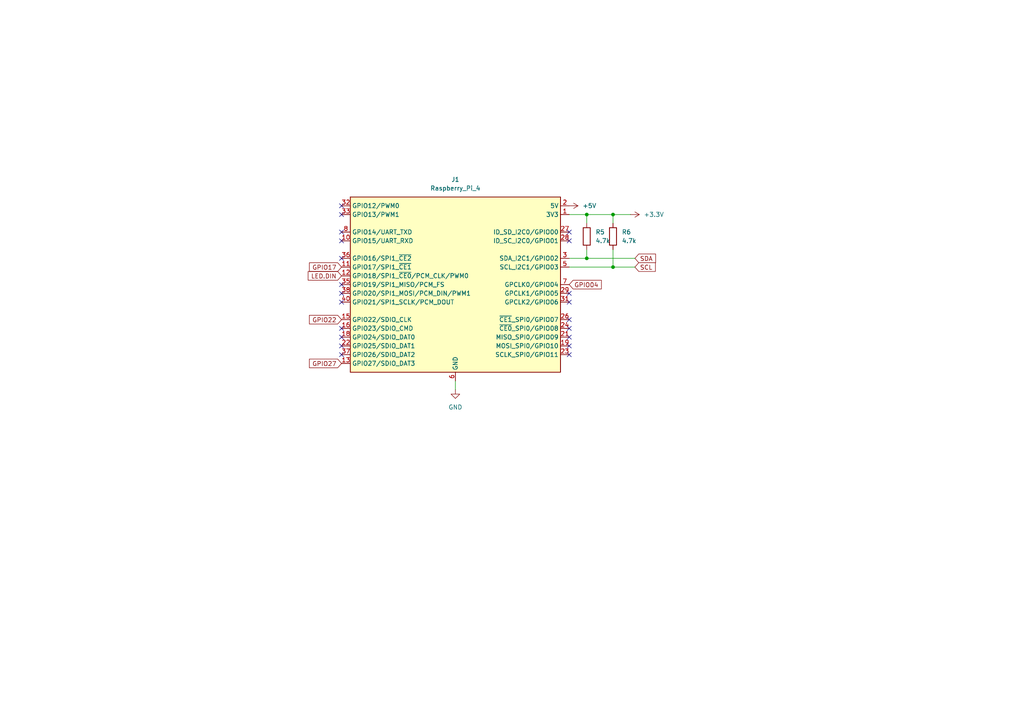
<source format=kicad_sch>
(kicad_sch (version 20250114) (generator "eeschema") (generator_version "9.0")
  (paper "A4")
  (lib_symbols
    (symbol "Connector:Raspberry_Pi_4"
      (property "Reference" "J" (at -17.526 48.768 0))
      (property "Value" "Raspberry_Pi_4" (at 15.748 -26.416 0))
      (symbol "Raspberry_Pi_4_0_1"
        (rectangle (start -30.48 25.4) (end 30.48 -25.4) (stroke (width 0.254)) (fill (type background)))
      )
      (symbol "Raspberry_Pi_4_1_1"
        (pin bidirectional line (at -33.02 22.86 0) (length 2.54) (name "GPIO12/PWM0") (number "32"))
        (pin bidirectional line (at -33.02 20.32 0) (length 2.54) (name "GPIO13/PWM1") (number "33"))
        (pin bidirectional line (at -33.02 15.24 0) (length 2.54) (name "GPIO14/UART_TXD") (number "8"))
        (pin bidirectional line (at -33.02 12.7 0) (length 2.54) (name "GPIO15/UART_RXD") (number "10"))
        (pin bidirectional line (at -33.02 7.62 0) (length 2.54) (name "GPIO16/SPI1_~{CE2}") (number "36"))
        (pin bidirectional line (at -33.02 5.08 0) (length 2.54) (name "GPIO17/SPI1_~{CE1}") (number "11"))
        (pin bidirectional line (at -33.02 2.54 0) (length 2.54) (name "GPIO18/SPI1_~{CE0}/PCM_CLK/PWM0") (number "12"))
        (pin bidirectional line (at -33.02 0 0) (length 2.54) (name "GPIO19/SPI1_MISO/PCM_FS") (number "35"))
        (pin bidirectional line (at -33.02 -2.54 0) (length 2.54) (name "GPIO20/SPI1_MOSI/PCM_DIN/PWM1") (number "38"))
        (pin bidirectional line (at -33.02 -5.08 0) (length 2.54) (name "GPIO21/SPI1_SCLK/PCM_DOUT") (number "40"))
        (pin bidirectional line (at -33.02 -10.16 0) (length 2.54) (name "GPIO22/SDIO_CLK") (number "15"))
        (pin bidirectional line (at -33.02 -12.7 0) (length 2.54) (name "GPIO23/SDIO_CMD") (number "16"))
        (pin bidirectional line (at -33.02 -15.24 0) (length 2.54) (name "GPIO24/SDIO_DAT0") (number "18"))
        (pin bidirectional line (at -33.02 -17.78 0) (length 2.54) (name "GPIO25/SDIO_DAT1") (number "22"))
        (pin bidirectional line (at -33.02 -20.32 0) (length 2.54) (name "GPIO26/SDIO_DAT2") (number "37"))
        (pin bidirectional line (at -33.02 -22.86 0) (length 2.54) (name "GPIO27/SDIO_DAT3") (number "13"))
        (pin passive line (at 0 -27.94 90) (length 2.54) (hide yes) (name "GND") (number "14"))
        (pin passive line (at 0 -27.94 90) (length 2.54) (hide yes) (name "GND") (number "20"))
        (pin passive line (at 0 -27.94 90) (length 2.54) (hide yes) (name "GND") (number "25"))
        (pin passive line (at 0 -27.94 90) (length 2.54) (hide yes) (name "GND") (number "30"))
        (pin passive line (at 0 -27.94 90) (length 2.54) (hide yes) (name "GND") (number "34"))
        (pin passive line (at 0 -27.94 90) (length 2.54) (hide yes) (name "GND") (number "39"))
        (pin power_out line (at 0 -27.94 90) (length 2.54) (name "GND") (number "6"))
        (pin passive line (at 0 -27.94 90) (length 2.54) (hide yes) (name "GND") (number "9"))
        (pin power_out line (at 33.02 22.86 180) (length 2.54) (name "5V") (number "2"))
        (pin passive line (at 33.02 22.86 180) (length 2.54) (hide yes) (name "5V") (number "4"))
        (pin power_out line (at 33.02 20.32 180) (length 2.54) (name "3V3") (number "1"))
        (pin passive line (at 33.02 20.32 180) (length 2.54) (hide yes) (name "3V3") (number "17"))
        (pin bidirectional line (at 33.02 15.24 180) (length 2.54) (name "ID_SD_I2C0/GPIO00") (number "27"))
        (pin bidirectional line (at 33.02 12.7 180) (length 2.54) (name "ID_SC_I2C0/GPIO01") (number "28"))
        (pin bidirectional line (at 33.02 7.62 180) (length 2.54) (name "SDA_I2C1/GPIO02") (number "3"))
        (pin bidirectional line (at 33.02 5.08 180) (length 2.54) (name "SCL_I2C1/GPIO03") (number "5"))
        (pin bidirectional line (at 33.02 0 180) (length 2.54) (name "GPCLK0/GPIO04") (number "7"))
        (pin bidirectional line (at 33.02 -2.54 180) (length 2.54) (name "GPCLK1/GPIO05") (number "29"))
        (pin bidirectional line (at 33.02 -5.08 180) (length 2.54) (name "GPCLK2/GPIO06") (number "31"))
        (pin bidirectional line (at 33.02 -10.16 180) (length 2.54) (name "~{CE1}_SPI0/GPIO07") (number "26"))
        (pin bidirectional line (at 33.02 -12.7 180) (length 2.54) (name "~{CE0}_SPI0/GPIO08") (number "24"))
        (pin bidirectional line (at 33.02 -15.24 180) (length 2.54) (name "MISO_SPI0/GPIO09") (number "21"))
        (pin bidirectional line (at 33.02 -17.78 180) (length 2.54) (name "MOSI_SPI0/GPIO10") (number "19"))
        (pin bidirectional line (at 33.02 -20.32 180) (length 2.54) (name "SCLK_SPI0/GPIO11") (number "23"))
      )
    )
    (symbol "Device:R" (pin_numbers (hide yes)) (pin_names (offset 0))
      (property "Reference" "R" (at 2.032 0 90))
      (property "Value" "R" (at 0 0 90))
      (symbol "R_0_1"
        (rectangle (start -1.016 -2.54) (end 1.016 2.54) (stroke (width 0.254)))
      )
      (symbol "R_1_1"
        (pin passive line (at 0 3.81 270) (length 1.27) (name "~") (number "1"))
        (pin passive line (at 0 -3.81 90) (length 1.27) (name "~") (number "2"))
      )
    )
    (symbol "power:+3.3V" (power) (pin_numbers (hide yes)) (pin_names (offset 0) (hide yes))
      (property "Value" "+3.3V" (at 0 3.556 0))
      (symbol "+3.3V_0_1"
        (polyline (pts (xy -0.762 1.27) (xy 0 2.54)))
        (polyline (pts (xy 0 2.54) (xy 0.762 1.27)))
        (polyline (pts (xy 0 0) (xy 0 2.54)))
      )
      (symbol "+3.3V_1_1"
        (pin power_in line (at 0 0 90) (length 0) (name "~") (number "1"))
      )
    )
    (symbol "power:+5V" (power) (pin_numbers (hide yes)) (pin_names (offset 0) (hide yes))
      (property "Value" "+5V" (at 0 3.556 0))
      (symbol "+5V_0_1"
        (polyline (pts (xy -0.762 1.27) (xy 0 2.54)))
        (polyline (pts (xy 0 2.54) (xy 0.762 1.27)))
        (polyline (pts (xy 0 0) (xy 0 2.54)))
      )
      (symbol "+5V_1_1"
        (pin power_in line (at 0 0 90) (length 0) (name "~") (number "1"))
      )
    )
    (symbol "power:GND" (power) (pin_numbers (hide yes)) (pin_names (offset 0) (hide yes))
      (property "Value" "GND" (at 0 -3.81 0))
      (symbol "GND_0_1"
        (polyline (pts (xy 0 0) (xy 0 -1.27) (xy 1.27 -1.27) (xy 0 -2.54) (xy -1.27 -1.27) (xy 0 -1.27)))
      )
      (symbol "GND_1_1"
        (pin power_in line (at 0 0 270) (length 0) (name "~") (number "1"))
      )
    )
  )
  (junction (at 177.8 77.47))
  (junction (at 170.18 62.23))
  (junction (at 170.18 74.93))
  (junction (at 177.8 62.23))
  (no_connect (at 99.06 95.25))
  (no_connect (at 99.06 59.69))
  (no_connect (at 165.1 97.79))
  (no_connect (at 165.1 69.85))
  (no_connect (at 165.1 92.71))
  (no_connect (at 99.06 69.85))
  (no_connect (at 165.1 87.63))
  (no_connect (at 99.06 62.23))
  (no_connect (at 165.1 95.25))
  (no_connect (at 99.06 97.79))
  (no_connect (at 99.06 85.09))
  (no_connect (at 99.06 67.31))
  (no_connect (at 99.06 87.63))
  (no_connect (at 165.1 85.09))
  (no_connect (at 165.1 100.33))
  (no_connect (at 99.06 74.93))
  (no_connect (at 99.06 102.87))
  (no_connect (at 99.06 100.33))
  (no_connect (at 99.06 82.55))
  (no_connect (at 165.1 67.31))
  (no_connect (at 165.1 102.87))
  (wire (pts (xy 184.15 74.93) (xy 170.18 74.93)))
  (wire (pts (xy 170.18 62.23) (xy 170.18 64.77)))
  (wire (pts (xy 170.18 62.23) (xy 177.8 62.23)))
  (wire (pts (xy 177.8 62.23) (xy 182.88 62.23)))
  (wire (pts (xy 170.18 62.23) (xy 165.1 62.23)))
  (wire (pts (xy 170.18 74.93) (xy 165.1 74.93)))
  (wire (pts (xy 132.08 110.49) (xy 132.08 113.03)))
  (wire (pts (xy 177.8 77.47) (xy 165.1 77.47)))
  (wire (pts (xy 177.8 72.39) (xy 177.8 77.47)))
  (wire (pts (xy 170.18 72.39) (xy 170.18 74.93)))
  (wire (pts (xy 177.8 64.77) (xy 177.8 62.23)))
  (wire (pts (xy 184.15 77.47) (xy 177.8 77.47)))
  (global_label "GPIO04" (shape input) (at 165.1 82.55 0) (property "Intersheetrefs" "${INTERSHEET_REFS}" (effects (hide yes))))
  (global_label "GPIO27" (shape input) (at 99.06 105.41 180) (property "Intersheetrefs" "${INTERSHEET_REFS}" (effects (hide yes))))
  (global_label "GPIO22" (shape input) (at 99.06 92.71 180) (property "Intersheetrefs" "${INTERSHEET_REFS}" (effects (hide yes))))
  (global_label "LED.DIN" (shape input) (at 99.06 80.01 180) (property "Intersheetrefs" "${INTERSHEET_REFS}" (effects (hide yes))))
  (global_label "SDA" (shape input) (at 184.15 74.93 0) (property "Intersheetrefs" "${INTERSHEET_REFS}" (effects (hide yes))))
  (global_label "SCL" (shape input) (at 184.15 77.47 0) (property "Intersheetrefs" "${INTERSHEET_REFS}" (effects (hide yes))))
  (global_label "GPIO17" (shape input) (at 99.06 77.47 180) (property "Intersheetrefs" "${INTERSHEET_REFS}" (effects (hide yes))))
  (symbol (lib_id "power:GND") (at 132.08 113.03 0) (unit 1)
    (property "Reference" "#PWR013" (effects (hide yes)))
    (property "Value" "GND" (at 132.08 118.11 0))
    (property "Description" "Power symbol creates a global label with name \"GND\" , ground" (effects (hide yes)))
  )
  (symbol (lib_id "power:+3.3V") (at 182.88 62.23 270) (unit 1)
    (property "Reference" "#PWR014" (effects (hide yes)))
    (property "Value" "+3.3V" (at 186.69 62.2299 90) (effects (justify left)))
    (property "Description" "Power symbol creates a global label with name \"+3.3V\"" (effects (hide yes)))
  )
  (symbol (lib_id "Device:R") (at 170.18 68.58 0) (unit 1)
    (property "Reference" "R5" (at 172.72 67.3099 0) (effects (justify left)))
    (property "Value" "4.7k" (at 172.72 69.8499 0) (effects (justify left)))
    (property "Footprint" "Resistor_SMD:R_0402_1005Metric" (effects (hide yes)))
    (property "Description" "Resistor" (effects (hide yes)))
  )
  (symbol (lib_id "Device:R") (at 177.8 68.58 0) (unit 1)
    (property "Reference" "R6" (at 180.34 67.3099 0) (effects (justify left)))
    (property "Value" "4.7k" (at 180.34 69.8499 0) (effects (justify left)))
    (property "Footprint" "Resistor_SMD:R_0402_1005Metric" (effects (hide yes)))
    (property "Description" "Resistor" (effects (hide yes)))
  )
  (symbol (lib_id "power:+5V") (at 165.1 59.69 270) (unit 1)
    (property "Reference" "#PWR015" (effects (hide yes)))
    (property "Value" "+5V" (at 168.91 59.6899 90) (effects (justify left)))
    (property "Description" "Power symbol creates a global label with name \"+5V\"" (effects (hide yes)))
  )
  (symbol (lib_id "Connector:Raspberry_Pi_4") (at 132.08 82.55 0) (unit 1)
    (property "Reference" "J1" (at 132.08 52.07 0))
    (property "Value" "Raspberry_Pi_4" (at 132.08 54.61 0))
    (property "Datasheet" "https://datasheets.raspberrypi.com/rpi4/raspberry-pi-4-datasheet.pdf" (effects (hide yes)))
    (property "Description" "Raspberry Pi 4 Model B" (effects (hide yes)))
  )
)
</source>
